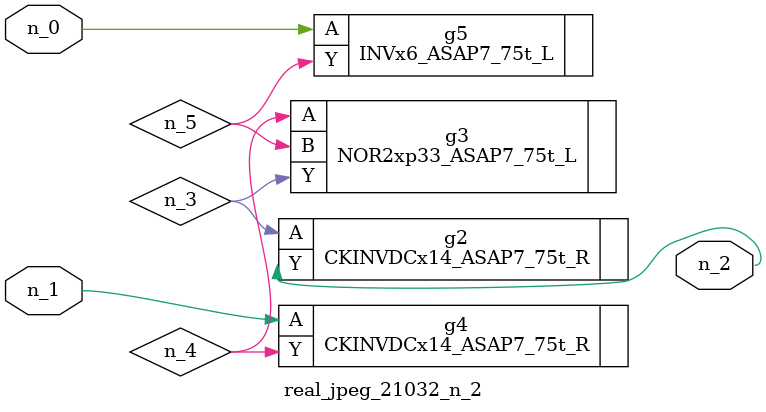
<source format=v>
module real_jpeg_21032_n_2 (n_1, n_0, n_2);

input n_1;
input n_0;

output n_2;

wire n_5;
wire n_4;
wire n_3;

INVx6_ASAP7_75t_L g5 ( 
.A(n_0),
.Y(n_5)
);

CKINVDCx14_ASAP7_75t_R g4 ( 
.A(n_1),
.Y(n_4)
);

CKINVDCx14_ASAP7_75t_R g2 ( 
.A(n_3),
.Y(n_2)
);

NOR2xp33_ASAP7_75t_L g3 ( 
.A(n_4),
.B(n_5),
.Y(n_3)
);


endmodule
</source>
